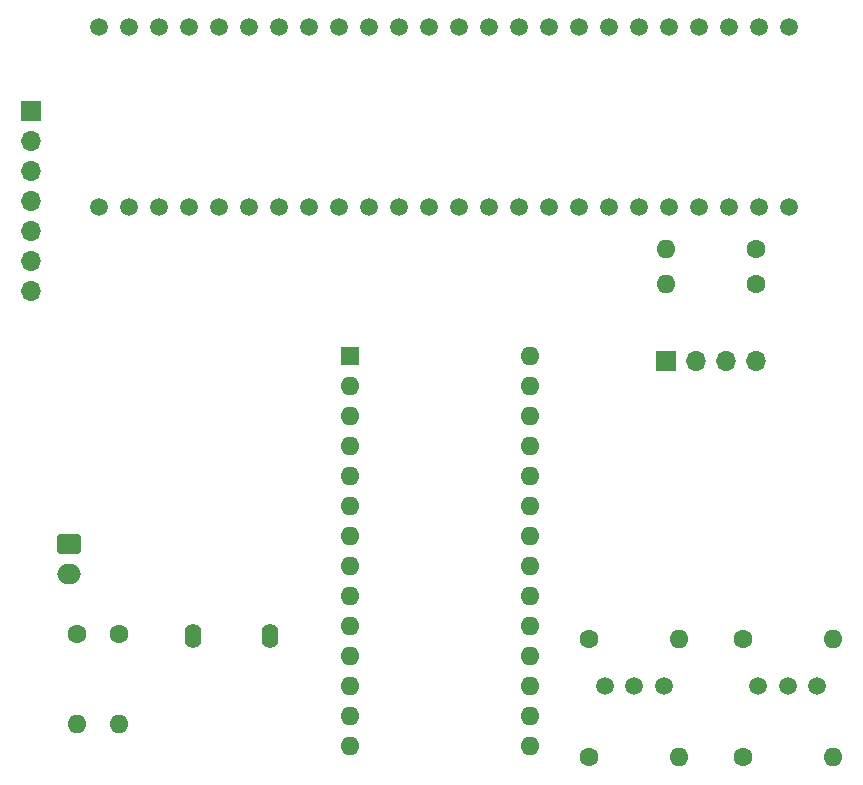
<source format=gbr>
%TF.GenerationSoftware,KiCad,Pcbnew,8.0.1*%
%TF.CreationDate,2024-08-14T10:37:23+09:00*%
%TF.ProjectId,master,6d617374-6572-42e6-9b69-6361645f7063,rev?*%
%TF.SameCoordinates,Original*%
%TF.FileFunction,Soldermask,Bot*%
%TF.FilePolarity,Negative*%
%FSLAX46Y46*%
G04 Gerber Fmt 4.6, Leading zero omitted, Abs format (unit mm)*
G04 Created by KiCad (PCBNEW 8.0.1) date 2024-08-14 10:37:23*
%MOMM*%
%LPD*%
G01*
G04 APERTURE LIST*
G04 Aperture macros list*
%AMRoundRect*
0 Rectangle with rounded corners*
0 $1 Rounding radius*
0 $2 $3 $4 $5 $6 $7 $8 $9 X,Y pos of 4 corners*
0 Add a 4 corners polygon primitive as box body*
4,1,4,$2,$3,$4,$5,$6,$7,$8,$9,$2,$3,0*
0 Add four circle primitives for the rounded corners*
1,1,$1+$1,$2,$3*
1,1,$1+$1,$4,$5*
1,1,$1+$1,$6,$7*
1,1,$1+$1,$8,$9*
0 Add four rect primitives between the rounded corners*
20,1,$1+$1,$2,$3,$4,$5,0*
20,1,$1+$1,$4,$5,$6,$7,0*
20,1,$1+$1,$6,$7,$8,$9,0*
20,1,$1+$1,$8,$9,$2,$3,0*%
G04 Aperture macros list end*
%ADD10C,1.512000*%
%ADD11C,1.600000*%
%ADD12O,1.600000X1.600000*%
%ADD13O,1.400000X2.100000*%
%ADD14R,1.600000X1.600000*%
%ADD15C,1.500000*%
%ADD16R,1.700000X1.700000*%
%ADD17O,1.700000X1.700000*%
%ADD18RoundRect,0.250000X-0.750000X0.600000X-0.750000X-0.600000X0.750000X-0.600000X0.750000X0.600000X0*%
%ADD19O,2.000000X1.700000*%
G04 APERTURE END LIST*
D10*
%TO.C,Teensy 4.1*%
X4060000Y55753000D03*
X1520000Y55753000D03*
X-1020000Y55753000D03*
X-3560000Y55753000D03*
X-28960000Y55753000D03*
X1520000Y40513000D03*
X-6100000Y55753000D03*
X-8640000Y55753000D03*
X-11180000Y55753000D03*
X-13720000Y55753000D03*
X-16260000Y55753000D03*
X-18800000Y55753000D03*
X-21340000Y55753000D03*
X-23880000Y55753000D03*
X-26420000Y55753000D03*
X-26420000Y40513000D03*
X-23880000Y40513000D03*
X-21340000Y40513000D03*
X-18800000Y40513000D03*
X-16260000Y40513000D03*
X-13720000Y40513000D03*
X-11180000Y40513000D03*
X-8640000Y40513000D03*
X-6100000Y40513000D03*
X-3560000Y40513000D03*
X-1020000Y40513000D03*
X-31500000Y55753000D03*
X-34040000Y55753000D03*
X-36580000Y55753000D03*
X-39120000Y55753000D03*
X-41660000Y55753000D03*
X-44200000Y55753000D03*
X-46740000Y55753000D03*
X-49280000Y55753000D03*
X-51820000Y55753000D03*
X-51820000Y40513000D03*
X-49280000Y40513000D03*
X-46740000Y40513000D03*
X-44200000Y40513000D03*
X-41660000Y40513000D03*
X-39120000Y40513000D03*
X-36580000Y40513000D03*
X-34040000Y40513000D03*
X-31500000Y40513000D03*
X6600000Y55753000D03*
X-28960000Y40513000D03*
X4060000Y40513000D03*
X6600000Y40513000D03*
%TD*%
D11*
%TO.C,R2*%
X-10310000Y-6000000D03*
D12*
X-2690000Y-6000000D03*
%TD*%
D11*
%TO.C,R7*%
X-10310000Y4000000D03*
D12*
X-2690000Y4000000D03*
%TD*%
D13*
%TO.C,Reset*%
X-43860000Y4253000D03*
X-37360000Y4253000D03*
%TD*%
D11*
%TO.C,R4*%
X3810000Y34000000D03*
D12*
X-3810000Y34000000D03*
%TD*%
D11*
%TO.C,R3*%
X2690000Y-6000000D03*
D12*
X10310000Y-6000000D03*
%TD*%
D14*
%TO.C,TWELITE DIP*%
X-30570000Y27933000D03*
D12*
X-30570000Y25393000D03*
X-30570000Y22853000D03*
X-30570000Y20313000D03*
X-30570000Y17773000D03*
X-30570000Y15233000D03*
X-30570000Y12693000D03*
X-30570000Y10153000D03*
X-30570000Y7613000D03*
X-30570000Y5073000D03*
X-30570000Y2533000D03*
X-30570000Y-7000D03*
X-30570000Y-2547000D03*
X-30570000Y-5087000D03*
X-15330000Y-5087000D03*
X-15330000Y-2547000D03*
X-15330000Y-7000D03*
X-15330000Y2533000D03*
X-15330000Y5073000D03*
X-15330000Y7613000D03*
X-15330000Y10153000D03*
X-15330000Y12693000D03*
X-15330000Y15233000D03*
X-15330000Y17773000D03*
X-15330000Y20313000D03*
X-15330000Y22853000D03*
X-15330000Y25393000D03*
X-15330000Y27933000D03*
%TD*%
D15*
%TO.C,25/DIO1/AI4*%
X4000000Y0D03*
X6500000Y0D03*
X9000000Y0D03*
%TD*%
D11*
%TO.C,R1*%
X-53660000Y4413000D03*
D12*
X-53660000Y-3207000D03*
%TD*%
D11*
%TO.C,R5*%
X3810000Y37000000D03*
D12*
X-3810000Y37000000D03*
%TD*%
D16*
%TO.C,GND>*%
X-57610000Y48663000D03*
D17*
X-57610000Y46123000D03*
X-57610000Y43583000D03*
X-57610000Y41043000D03*
X-57610000Y38503000D03*
X-57610000Y35963000D03*
X-57610000Y33423000D03*
%TD*%
D16*
%TO.C,Display*%
X-3810000Y27500000D03*
D17*
X-1270000Y27500000D03*
X1270000Y27500000D03*
X3810000Y27500000D03*
%TD*%
D11*
%TO.C,R8*%
X2690000Y4000000D03*
D12*
X10310000Y4000000D03*
%TD*%
D18*
%TO.C,Vin*%
X-54360000Y12003000D03*
D19*
X-54360000Y9503000D03*
%TD*%
D15*
%TO.C,23/DIO0/AI2*%
X-9000000Y0D03*
X-6500000Y0D03*
X-4000000Y0D03*
%TD*%
D11*
%TO.C,R6*%
X-50160000Y4413000D03*
D12*
X-50160000Y-3207000D03*
%TD*%
M02*

</source>
